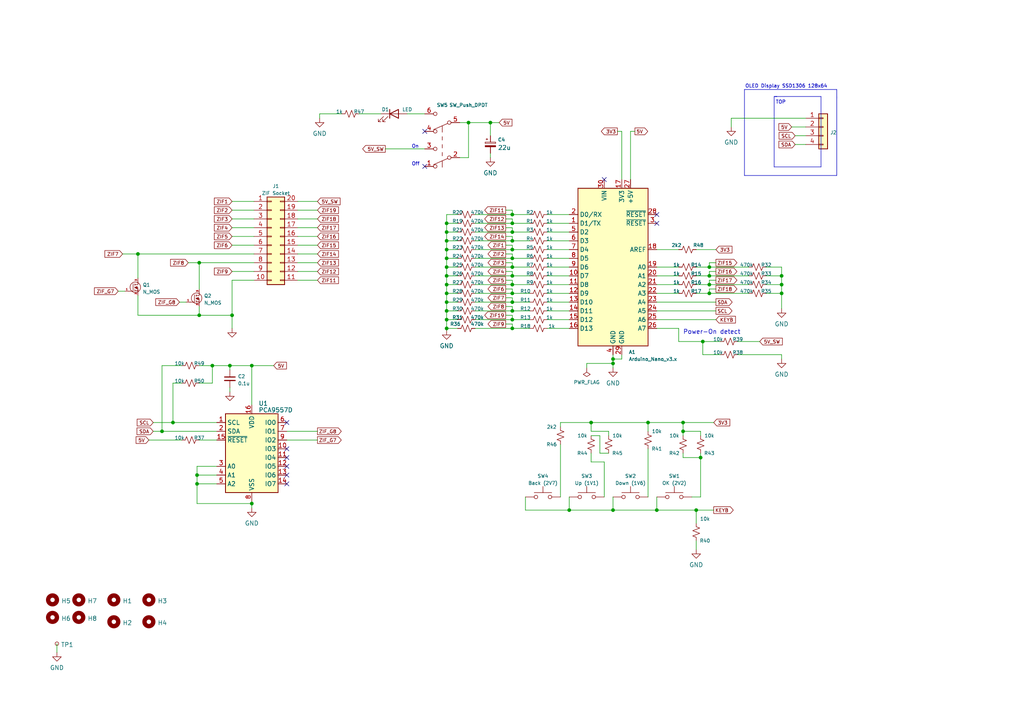
<source format=kicad_sch>
(kicad_sch (version 20230409) (generator eeschema)
  (paper "A4")
  (title_block (title "LTS74X Logic tester") (date "2023-06-20") (rev "3"))
  (junction (at 148.59 85.09))
  (junction (at 50.165 122.555))
  (junction (at 205.74 77.47))
  (junction (at 57.785 91.44))
  (junction (at 129.54 67.31))
  (junction (at 205.74 80.01))
  (junction (at 177.8 147.955))
  (junction (at 171.45 122.555))
  (junction (at 148.59 67.31))
  (junction (at 187.96 122.555))
  (junction (at 203.835 99.06))
  (junction (at 129.54 80.01))
  (junction (at 57.785 76.2))
  (junction (at 148.59 95.25))
  (junction (at 129.54 69.85))
  (junction (at 190.5 147.955))
  (junction (at 177.8 105.41))
  (junction (at 135.89 35.56))
  (junction (at 177.8 104.14))
  (junction (at 57.15 140.335))
  (junction (at 148.59 87.63))
  (junction (at 129.54 87.63))
  (junction (at 142.24 35.56))
  (junction (at 129.54 82.55))
  (junction (at 129.54 64.77))
  (junction (at 148.59 77.47))
  (junction (at 66.675 106.045))
  (junction (at 226.695 80.01))
  (junction (at 129.54 74.93))
  (junction (at 205.74 82.55))
  (junction (at 198.12 125.095))
  (junction (at 203.2 132.715))
  (junction (at 40.005 73.66))
  (junction (at 165.1 147.955))
  (junction (at 226.695 82.55))
  (junction (at 148.59 69.85))
  (junction (at 129.54 90.17))
  (junction (at 148.59 74.93))
  (junction (at 129.54 72.39))
  (junction (at 148.59 72.39))
  (junction (at 129.54 95.25))
  (junction (at 205.74 85.09))
  (junction (at 73.025 106.045))
  (junction (at 57.15 137.795))
  (junction (at 148.59 82.55))
  (junction (at 129.54 85.09))
  (junction (at 148.59 92.71))
  (junction (at 198.12 122.555))
  (junction (at 148.59 90.17))
  (junction (at 67.31 91.44))
  (junction (at 129.54 77.47))
  (junction (at 61.595 106.045))
  (junction (at 201.93 147.955))
  (junction (at 73.025 146.05))
  (junction (at 226.695 85.09))
  (junction (at 129.54 92.71))
  (junction (at 148.59 64.77))
  (junction (at 148.59 80.01))
  (junction (at 46.99 125.095))
  (junction (at 148.59 62.23))
  (no_connect (at 190.5 62.23))
  (no_connect (at 175.26 52.07))
  (no_connect (at 83.185 130.175))
  (no_connect (at 83.185 132.715))
  (no_connect (at 83.185 135.255))
  (no_connect (at 190.5 64.77))
  (no_connect (at 83.185 140.335))
  (no_connect (at 123.19 48.26))
  (no_connect (at 123.19 38.1))
  (no_connect (at 83.185 137.795))
  (no_connect (at 83.185 122.555))
  (wire (pts (xy 165.1 144.145) (xy 165.1 147.955)))
  (wire (pts (xy 57.15 140.335) (xy 62.865 140.335)))
  (wire (pts (xy 171.45 122.555) (xy 187.96 122.555)))
  (wire (pts (xy 148.59 91.44) (xy 148.59 92.71)))
  (wire (pts (xy 175.26 133.985) (xy 175.26 144.145)))
  (wire (pts (xy 67.31 81.28) (xy 73.66 81.28)))
  (wire (pts (xy 66.675 112.395) (xy 66.675 113.665)))
  (wire (pts (xy 171.45 126.365) (xy 173.99 126.365)))
  (wire (pts (xy 180.34 102.87) (xy 180.34 104.14)))
  (wire (pts (xy 176.53 125.095) (xy 171.45 125.095)))
  (wire (pts (xy 205.74 78.74) (xy 205.74 80.01)))
  (wire (pts (xy 129.54 62.23) (xy 129.54 64.77)))
  (wire (pts (xy 213.995 99.06) (xy 220.345 99.06)))
  (wire (pts (xy 16.51 186.69) (xy 16.51 189.23)))
  (wire (pts (xy 226.695 85.09) (xy 226.695 89.535)))
  (wire (pts (xy 212.09 36.83) (xy 212.09 34.29)))
  (wire (pts (xy 190.5 144.145) (xy 190.5 147.955)))
  (wire (pts (xy 83.185 125.095) (xy 92.075 125.095)))
  (wire (pts (xy 196.85 85.09) (xy 190.5 85.09)))
  (wire (pts (xy 207.01 147.955) (xy 201.93 147.955)))
  (polyline (pts (xy 215.9254 25.9588) (xy 242.697 25.9588)))
  (wire (pts (xy 34.29 84.455) (xy 36.195 84.455)))
  (wire (pts (xy 129.54 90.17) (xy 132.715 90.17)))
  (wire (pts (xy 226.695 82.55) (xy 226.695 85.09)))
  (wire (pts (xy 148.59 66.04) (xy 148.59 67.31)))
  (polyline (pts (xy 242.697 25.9588) (xy 242.697 28.5242)))
  (wire (pts (xy 135.89 35.56) (xy 142.24 35.56)))
  (wire (pts (xy 158.75 82.55) (xy 165.1 82.55)))
  (wire (pts (xy 148.59 69.85) (xy 153.67 69.85)))
  (wire (pts (xy 40.005 73.66) (xy 40.005 80.645)))
  (wire (pts (xy 158.75 64.77) (xy 165.1 64.77)))
  (wire (pts (xy 152.4 144.145) (xy 152.4 147.955)))
  (wire (pts (xy 57.785 88.9) (xy 57.785 91.44)))
  (wire (pts (xy 152.4 147.955) (xy 165.1 147.955)))
  (wire (pts (xy 129.54 85.09) (xy 132.715 85.09)))
  (wire (pts (xy 148.59 77.47) (xy 153.67 77.47)))
  (wire (pts (xy 57.15 137.795) (xy 62.865 137.795)))
  (wire (pts (xy 226.695 102.87) (xy 226.695 104.14)))
  (wire (pts (xy 158.75 74.93) (xy 165.1 74.93)))
  (wire (pts (xy 129.54 87.63) (xy 132.715 87.63)))
  (wire (pts (xy 129.54 85.09) (xy 129.54 87.63)))
  (wire (pts (xy 129.54 74.93) (xy 132.715 74.93)))
  (wire (pts (xy 148.59 71.12) (xy 148.59 72.39)))
  (wire (pts (xy 222.25 80.01) (xy 226.695 80.01)))
  (wire (pts (xy 129.54 77.47) (xy 129.54 80.01)))
  (wire (pts (xy 146.685 81.28) (xy 148.59 81.28)))
  (wire (pts (xy 148.59 72.39) (xy 153.67 72.39)))
  (wire (pts (xy 146.685 71.12) (xy 148.59 71.12)))
  (wire (pts (xy 142.24 35.56) (xy 142.24 39.37)))
  (wire (pts (xy 129.54 77.47) (xy 132.715 77.47)))
  (wire (pts (xy 57.785 127.635) (xy 62.865 127.635)))
  (wire (pts (xy 137.795 82.55) (xy 148.59 82.55)))
  (wire (pts (xy 142.24 44.45) (xy 142.24 45.72)))
  (wire (pts (xy 73.025 145.415) (xy 73.025 146.05)))
  (wire (pts (xy 171.45 125.095) (xy 171.45 122.555)))
  (wire (pts (xy 92.71 33.02) (xy 92.71 34.29)))
  (wire (pts (xy 158.75 85.09) (xy 165.1 85.09)))
  (wire (pts (xy 171.45 131.445) (xy 171.45 133.985)))
  (wire (pts (xy 137.795 64.77) (xy 148.59 64.77)))
  (wire (pts (xy 179.07 38.1) (xy 180.34 38.1)))
  (wire (pts (xy 133.35 35.56) (xy 135.89 35.56)))
  (wire (pts (xy 57.15 140.335) (xy 57.15 146.05)))
  (wire (pts (xy 190.5 87.63) (xy 207.645 87.63)))
  (wire (pts (xy 201.93 147.955) (xy 201.93 151.765)))
  (wire (pts (xy 44.45 125.095) (xy 46.99 125.095)))
  (wire (pts (xy 201.93 72.39) (xy 207.645 72.39)))
  (wire (pts (xy 190.5 90.17) (xy 207.645 90.17)))
  (wire (pts (xy 177.8 102.87) (xy 177.8 104.14)))
  (wire (pts (xy 129.54 82.55) (xy 132.715 82.55)))
  (wire (pts (xy 86.36 73.66) (xy 92.075 73.66)))
  (wire (pts (xy 198.12 122.555) (xy 198.12 125.095)))
  (wire (pts (xy 203.835 102.87) (xy 208.915 102.87)))
  (wire (pts (xy 67.31 91.44) (xy 67.31 95.25)))
  (polyline (pts (xy 242.697 50.9016) (xy 215.9254 50.9016)))
  (wire (pts (xy 52.705 111.125) (xy 50.165 111.125)))
  (wire (pts (xy 148.59 63.5) (xy 148.59 64.77)))
  (wire (pts (xy 67.31 78.74) (xy 73.66 78.74)))
  (wire (pts (xy 146.685 66.04) (xy 148.59 66.04)))
  (wire (pts (xy 162.56 122.555) (xy 171.45 122.555)))
  (wire (pts (xy 132.715 62.23) (xy 129.54 62.23)))
  (wire (pts (xy 40.005 91.44) (xy 57.785 91.44)))
  (wire (pts (xy 205.74 85.09) (xy 201.93 85.09)))
  (wire (pts (xy 104.14 33.02) (xy 110.49 33.02)))
  (wire (pts (xy 190.5 95.25) (xy 196.85 95.25)))
  (wire (pts (xy 148.59 60.96) (xy 148.59 62.23)))
  (wire (pts (xy 198.12 125.095) (xy 198.12 126.365)))
  (wire (pts (xy 217.17 82.55) (xy 205.74 82.55)))
  (wire (pts (xy 86.36 76.2) (xy 92.075 76.2)))
  (wire (pts (xy 86.36 81.28) (xy 92.075 81.28)))
  (wire (pts (xy 129.54 80.01) (xy 132.715 80.01)))
  (polyline (pts (xy 238.125 27.9908) (xy 238.125 48.4124)))
  (wire (pts (xy 207.645 78.74) (xy 205.74 78.74)))
  (wire (pts (xy 146.685 63.5) (xy 148.59 63.5)))
  (wire (pts (xy 222.25 85.09) (xy 226.695 85.09)))
  (wire (pts (xy 137.795 74.93) (xy 148.59 74.93)))
  (wire (pts (xy 86.36 60.96) (xy 92.075 60.96)))
  (wire (pts (xy 148.59 90.17) (xy 153.67 90.17)))
  (wire (pts (xy 196.85 99.06) (xy 196.85 95.25)))
  (wire (pts (xy 173.99 126.365) (xy 173.99 131.445)))
  (wire (pts (xy 50.165 122.555) (xy 62.865 122.555)))
  (wire (pts (xy 137.795 92.71) (xy 148.59 92.71)))
  (wire (pts (xy 146.685 83.82) (xy 148.59 83.82)))
  (wire (pts (xy 129.54 67.31) (xy 129.54 69.85)))
  (wire (pts (xy 57.15 137.795) (xy 57.15 140.335)))
  (wire (pts (xy 158.75 72.39) (xy 165.1 72.39)))
  (wire (pts (xy 118.11 33.02) (xy 123.19 33.02)))
  (wire (pts (xy 148.59 93.98) (xy 148.59 95.25)))
  (wire (pts (xy 162.56 144.145) (xy 162.56 128.905)))
  (wire (pts (xy 158.75 95.25) (xy 165.1 95.25)))
  (wire (pts (xy 180.34 38.1) (xy 180.34 52.07)))
  (wire (pts (xy 137.795 95.25) (xy 148.59 95.25)))
  (wire (pts (xy 86.36 63.5) (xy 92.075 63.5)))
  (wire (pts (xy 67.31 63.5) (xy 73.66 63.5)))
  (wire (pts (xy 148.59 81.28) (xy 148.59 82.55)))
  (wire (pts (xy 137.795 85.09) (xy 148.59 85.09)))
  (wire (pts (xy 177.8 144.145) (xy 177.8 147.955)))
  (wire (pts (xy 158.75 87.63) (xy 165.1 87.63)))
  (wire (pts (xy 73.025 146.05) (xy 73.025 147.32)))
  (wire (pts (xy 146.685 78.74) (xy 148.59 78.74)))
  (wire (pts (xy 158.75 92.71) (xy 165.1 92.71)))
  (wire (pts (xy 73.025 106.045) (xy 79.375 106.045)))
  (wire (pts (xy 137.795 90.17) (xy 148.59 90.17)))
  (wire (pts (xy 57.785 111.125) (xy 61.595 111.125)))
  (wire (pts (xy 129.54 72.39) (xy 129.54 74.93)))
  (wire (pts (xy 165.1 147.955) (xy 177.8 147.955)))
  (wire (pts (xy 57.785 76.2) (xy 57.785 83.82)))
  (wire (pts (xy 57.785 91.44) (xy 67.31 91.44)))
  (wire (pts (xy 148.59 67.31) (xy 153.67 67.31)))
  (wire (pts (xy 205.74 80.01) (xy 201.93 80.01)))
  (wire (pts (xy 137.795 77.47) (xy 148.59 77.47)))
  (wire (pts (xy 137.795 87.63) (xy 148.59 87.63)))
  (wire (pts (xy 230.632 41.91) (xy 233.68 41.91)))
  (wire (pts (xy 132.715 67.31) (xy 129.54 67.31)))
  (wire (pts (xy 129.54 64.77) (xy 132.715 64.77)))
  (wire (pts (xy 198.12 125.095) (xy 203.2 125.095)))
  (wire (pts (xy 182.88 38.1) (xy 182.88 52.07)))
  (wire (pts (xy 62.865 135.255) (xy 57.15 135.255)))
  (wire (pts (xy 198.12 131.445) (xy 198.12 132.715)))
  (wire (pts (xy 146.685 86.36) (xy 148.59 86.36)))
  (wire (pts (xy 148.59 82.55) (xy 153.67 82.55)))
  (wire (pts (xy 226.695 77.47) (xy 226.695 80.01)))
  (wire (pts (xy 146.685 93.98) (xy 148.59 93.98)))
  (wire (pts (xy 135.89 45.72) (xy 135.89 35.56)))
  (wire (pts (xy 148.59 62.23) (xy 153.67 62.23)))
  (wire (pts (xy 203.2 144.145) (xy 203.2 132.715)))
  (wire (pts (xy 187.96 122.555) (xy 198.12 122.555)))
  (wire (pts (xy 158.75 80.01) (xy 165.1 80.01)))
  (wire (pts (xy 180.34 104.14) (xy 177.8 104.14)))
  (wire (pts (xy 54.61 76.2) (xy 57.785 76.2)))
  (wire (pts (xy 40.005 73.66) (xy 73.66 73.66)))
  (wire (pts (xy 203.2 125.095) (xy 203.2 126.365)))
  (wire (pts (xy 129.54 74.93) (xy 129.54 77.47)))
  (wire (pts (xy 217.17 77.47) (xy 205.74 77.47)))
  (wire (pts (xy 129.54 82.55) (xy 129.54 85.09)))
  (wire (pts (xy 205.74 81.28) (xy 205.74 82.55)))
  (wire (pts (xy 158.75 90.17) (xy 165.1 90.17)))
  (wire (pts (xy 176.53 126.365) (xy 176.53 125.095)))
  (wire (pts (xy 203.2 131.445) (xy 203.2 132.715)))
  (wire (pts (xy 148.59 74.93) (xy 153.67 74.93)))
  (wire (pts (xy 137.795 80.01) (xy 148.59 80.01)))
  (wire (pts (xy 129.54 72.39) (xy 132.715 72.39)))
  (wire (pts (xy 158.75 62.23) (xy 165.1 62.23)))
  (polyline (pts (xy 224.7392 27.9908) (xy 238.125 27.9908)))
  (wire (pts (xy 187.96 130.175) (xy 187.96 144.145)))
  (wire (pts (xy 146.685 88.9) (xy 148.59 88.9)))
  (wire (pts (xy 46.99 125.095) (xy 62.865 125.095)))
  (wire (pts (xy 146.685 76.2) (xy 148.59 76.2)))
  (polyline (pts (xy 225.2726 27.94) (xy 225.2726 27.9908)))
  (wire (pts (xy 86.36 68.58) (xy 92.075 68.58)))
  (wire (pts (xy 217.17 80.01) (xy 205.74 80.01)))
  (wire (pts (xy 111.76 43.18) (xy 123.19 43.18)))
  (wire (pts (xy 129.54 64.77) (xy 129.54 67.31)))
  (wire (pts (xy 207.645 76.2) (xy 205.74 76.2)))
  (wire (pts (xy 129.54 90.17) (xy 129.54 92.71)))
  (wire (pts (xy 66.675 106.045) (xy 73.025 106.045)))
  (wire (pts (xy 162.56 123.825) (xy 162.56 122.555)))
  (wire (pts (xy 67.31 68.58) (xy 73.66 68.58)))
  (wire (pts (xy 146.685 73.66) (xy 148.59 73.66)))
  (wire (pts (xy 196.85 77.47) (xy 190.5 77.47)))
  (wire (pts (xy 129.54 95.25) (xy 129.54 95.885)))
  (wire (pts (xy 203.835 99.06) (xy 196.85 99.06)))
  (wire (pts (xy 187.96 122.555) (xy 187.96 125.095)))
  (wire (pts (xy 196.85 82.55) (xy 190.5 82.55)))
  (wire (pts (xy 148.59 64.77) (xy 153.67 64.77)))
  (wire (pts (xy 146.685 60.96) (xy 148.59 60.96)))
  (wire (pts (xy 207.645 81.28) (xy 205.74 81.28)))
  (wire (pts (xy 61.595 106.045) (xy 66.675 106.045)))
  (wire (pts (xy 190.5 92.71) (xy 207.645 92.71)))
  (wire (pts (xy 129.54 95.25) (xy 132.715 95.25)))
  (wire (pts (xy 148.59 85.09) (xy 153.67 85.09)))
  (wire (pts (xy 92.71 33.02) (xy 99.06 33.02)))
  (wire (pts (xy 129.54 87.63) (xy 129.54 90.17)))
  (wire (pts (xy 57.785 106.045) (xy 61.595 106.045)))
  (wire (pts (xy 205.74 76.2) (xy 205.74 77.47)))
  (wire (pts (xy 173.99 131.445) (xy 176.53 131.445)))
  (wire (pts (xy 222.25 77.47) (xy 226.695 77.47)))
  (wire (pts (xy 73.025 106.045) (xy 73.025 117.475)))
  (wire (pts (xy 182.88 38.1) (xy 184.15 38.1)))
  (polyline (pts (xy 242.697 27.9908) (xy 242.697 50.9016)))
  (wire (pts (xy 217.17 85.09) (xy 205.74 85.09)))
  (wire (pts (xy 129.54 80.01) (xy 129.54 82.55)))
  (wire (pts (xy 43.18 127.635) (xy 52.705 127.635)))
  (wire (pts (xy 40.005 85.725) (xy 40.005 91.44)))
  (wire (pts (xy 208.915 99.06) (xy 203.835 99.06)))
  (wire (pts (xy 200.66 144.145) (xy 203.2 144.145)))
  (wire (pts (xy 203.2 132.715) (xy 198.12 132.715)))
  (wire (pts (xy 146.685 68.58) (xy 148.59 68.58)))
  (wire (pts (xy 158.75 69.85) (xy 165.1 69.85)))
  (wire (pts (xy 213.995 102.87) (xy 226.695 102.87)))
  (wire (pts (xy 177.8 104.14) (xy 177.8 105.41)))
  (wire (pts (xy 177.8 147.955) (xy 190.5 147.955)))
  (wire (pts (xy 226.695 80.01) (xy 226.695 82.55)))
  (wire (pts (xy 57.785 76.2) (xy 73.66 76.2)))
  (wire (pts (xy 46.99 125.095) (xy 46.99 106.045)))
  (wire (pts (xy 129.54 69.85) (xy 129.54 72.39)))
  (wire (pts (xy 205.74 82.55) (xy 201.93 82.55)))
  (wire (pts (xy 57.15 146.05) (xy 73.025 146.05)))
  (wire (pts (xy 222.25 82.55) (xy 226.695 82.55)))
  (wire (pts (xy 142.24 35.56) (xy 144.78 35.56)))
  (wire (pts (xy 67.31 60.96) (xy 73.66 60.96)))
  (wire (pts (xy 66.675 106.045) (xy 66.675 107.315)))
  (wire (pts (xy 148.59 80.01) (xy 153.67 80.01)))
  (polyline (pts (xy 238.125 48.4124) (xy 224.536 48.4124)))
  (wire (pts (xy 229.616 36.83) (xy 233.68 36.83)))
  (wire (pts (xy 212.09 34.29) (xy 233.68 34.29)))
  (wire (pts (xy 67.31 58.42) (xy 73.66 58.42)))
  (wire (pts (xy 50.165 111.125) (xy 50.165 122.555)))
  (wire (pts (xy 137.795 67.31) (xy 148.59 67.31)))
  (wire (pts (xy 148.59 86.36) (xy 148.59 87.63)))
  (wire (pts (xy 203.835 99.06) (xy 203.835 102.87)))
  (wire (pts (xy 146.685 91.44) (xy 148.59 91.44)))
  (wire (pts (xy 148.59 78.74) (xy 148.59 80.01)))
  (wire (pts (xy 35.56 73.66) (xy 40.005 73.66)))
  (wire (pts (xy 230.632 39.37) (xy 233.68 39.37)))
  (wire (pts (xy 148.59 83.82) (xy 148.59 85.09)))
  (polyline (pts (xy 224.536 27.9908) (xy 225.2726 27.9908)))
  (wire (pts (xy 137.795 72.39) (xy 148.59 72.39)))
  (wire (pts (xy 158.75 67.31) (xy 165.1 67.31)))
  (wire (pts (xy 67.31 81.28) (xy 67.31 91.44)))
  (wire (pts (xy 57.15 135.255) (xy 57.15 137.795)))
  (wire (pts (xy 207.645 83.82) (xy 205.74 83.82)))
  (wire (pts (xy 67.31 66.04) (xy 73.66 66.04)))
  (wire (pts (xy 83.185 127.635) (xy 92.075 127.635)))
  (wire (pts (xy 129.54 92.71) (xy 132.715 92.71)))
  (wire (pts (xy 86.36 66.04) (xy 92.075 66.04)))
  (wire (pts (xy 129.54 69.85) (xy 132.715 69.85)))
  (wire (pts (xy 46.99 106.045) (xy 52.705 106.045)))
  (wire (pts (xy 198.12 122.555) (xy 207.01 122.555)))
  (wire (pts (xy 137.795 62.23) (xy 148.59 62.23)))
  (wire (pts (xy 148.59 73.66) (xy 148.59 74.93)))
  (wire (pts (xy 86.36 58.42) (xy 92.075 58.42)))
  (wire (pts (xy 177.8 105.41) (xy 170.18 105.41)))
  (wire (pts (xy 148.59 87.63) (xy 153.67 87.63)))
  (wire (pts (xy 44.45 122.555) (xy 50.165 122.555)))
  (wire (pts (xy 61.595 111.125) (xy 61.595 106.045)))
  (wire (pts (xy 196.85 80.01) (xy 190.5 80.01)))
  (polyline (pts (xy 215.9254 50.9016) (xy 215.9254 25.9588)))
  (wire (pts (xy 171.45 133.985) (xy 175.26 133.985)))
  (wire (pts (xy 137.795 69.85) (xy 148.59 69.85)))
  (wire (pts (xy 190.5 147.955) (xy 201.93 147.955)))
  (wire (pts (xy 52.07 87.63) (xy 53.975 87.63)))
  (wire (pts (xy 148.59 88.9) (xy 148.59 90.17)))
  (wire (pts (xy 133.35 45.72) (xy 135.89 45.72)))
  (wire (pts (xy 86.36 71.12) (xy 92.075 71.12)))
  (wire (pts (xy 148.59 76.2) (xy 148.59 77.47)))
  (wire (pts (xy 148.59 95.25) (xy 153.67 95.25)))
  (wire (pts (xy 170.18 105.41) (xy 170.18 106.68)))
  (wire (pts (xy 148.59 92.71) (xy 153.67 92.71)))
  (polyline (pts (xy 224.536 48.4124) (xy 224.536 27.9908)))
  (wire (pts (xy 177.8 105.41) (xy 177.8 106.68)))
  (wire (pts (xy 67.31 71.12) (xy 73.66 71.12)))
  (wire (pts (xy 158.75 77.47) (xy 165.1 77.47)))
  (wire (pts (xy 86.36 78.74) (xy 92.075 78.74)))
  (wire (pts (xy 205.74 77.47) (xy 201.93 77.47)))
  (wire (pts (xy 129.54 92.71) (xy 129.54 95.25)))
  (wire (pts (xy 148.59 68.58) (xy 148.59 69.85)))
  (wire (pts (xy 190.5 72.39) (xy 196.85 72.39)))
  (wire (pts (xy 201.93 156.845) (xy 201.93 159.385)))
  (wire (pts (xy 205.74 83.82) (xy 205.74 85.09)))
  (text "Power-On detect" (at 198.12 97.155 0) (effects (font (size 1.27 1.27)) (justify left bottom)))
  (text "TOP" (at 224.9424 30.353 0) (effects (font (size 1 1)) (justify left bottom)))
  (text "On" (at 119.38 43.18 0) (effects (font (size 1 1)) (justify left bottom)))
  (text "Off" (at 119.38 48.26 0) (effects (font (size 1 1)) (justify left bottom)))
  (text "OLED Display SSD1306 128x64" (at 216.1032 25.7048 0) (effects (font (size 1 1)) (justify left bottom)))
  (global_label "KEYB" (shape output) (at 207.01 147.955 0) (effects (font (size 1 1))) (property "Intersheetrefs" "${INTERSHEET_REFS}" (effects hide)))
  (global_label "ZIF_G8" (shape output) (at 92.075 125.095 0) (effects (font (size 1 1))) (property "Intersheetrefs" "${INTERSHEET_REFS}" (effects hide)))
  (global_label "ZIF8" (shape output) (at 146.685 88.9 180) (effects (font (size 1 1))) (property "Intersheetrefs" "${INTERSHEET_REFS}" (effects hide)))
  (global_label "SDA" (shape input) (at 44.45 125.095 180) (effects (font (size 1 1))) (property "Intersheetrefs" "${INTERSHEET_REFS}" (effects hide)))
  (global_label "KEYB" (shape input) (at 207.645 92.71 0) (effects (font (size 1 1))) (property "Intersheetrefs" "${INTERSHEET_REFS}" (effects hide)))
  (global_label "ZIF18" (shape input) (at 92.075 63.5 0) (effects (font (size 1 1))) (property "Intersheetrefs" "${INTERSHEET_REFS}" (effects hide)))
  (global_label "SCL" (shape output) (at 207.645 90.17 0) (effects (font (size 1 1))) (property "Intersheetrefs" "${INTERSHEET_REFS}" (effects hide)))
  (global_label "SDA" (shape output) (at 207.645 87.63 0) (effects (font (size 1 1))) (property "Intersheetrefs" "${INTERSHEET_REFS}" (effects hide)))
  (global_label "ZIF_G7" (shape output) (at 92.075 127.635 0) (effects (font (size 1 1))) (property "Intersheetrefs" "${INTERSHEET_REFS}" (effects hide)))
  (global_label "ZIF6" (shape input) (at 67.31 71.12 180) (effects (font (size 1 1))) (property "Intersheetrefs" "${INTERSHEET_REFS}" (effects hide)))
  (global_label "ZIF8" (shape input) (at 54.61 76.2 180) (effects (font (size 1 1))) (property "Intersheetrefs" "${INTERSHEET_REFS}" (effects hide)))
  (global_label "5V_SW" (shape output) (at 111.76 43.18 180) (effects (font (size 1 1))) (property "Intersheetrefs" "${INTERSHEET_REFS}" (effects hide)))
  (global_label "ZIF12" (shape output) (at 146.685 63.5 180) (effects (font (size 1 1))) (property "Intersheetrefs" "${INTERSHEET_REFS}" (effects hide)))
  (global_label "5V" (shape input) (at 43.18 127.635 180) (effects (font (size 1 1))) (property "Intersheetrefs" "${INTERSHEET_REFS}" (effects hide)))
  (global_label "ZIF14" (shape input) (at 92.075 73.66 0) (effects (font (size 1 1))) (property "Intersheetrefs" "${INTERSHEET_REFS}" (effects hide)))
  (global_label "ZIF16" (shape output) (at 207.645 78.74 0) (effects (font (size 1 1))) (property "Intersheetrefs" "${INTERSHEET_REFS}" (effects hide)))
  (global_label "ZIF4" (shape output) (at 146.685 78.74 180) (effects (font (size 1 1))) (property "Intersheetrefs" "${INTERSHEET_REFS}" (effects hide)))
  (global_label "SCL" (shape input) (at 44.45 122.555 180) (effects (font (size 1 1))) (property "Intersheetrefs" "${INTERSHEET_REFS}" (effects hide)))
  (global_label "ZIF18" (shape output) (at 207.645 83.82 0) (effects (font (size 1 1))) (property "Intersheetrefs" "${INTERSHEET_REFS}" (effects hide)))
  (global_label "ZIF13" (shape input) (at 92.075 76.2 0) (effects (font (size 1 1))) (property "Intersheetrefs" "${INTERSHEET_REFS}" (effects hide)))
  (global_label "ZIF3" (shape input) (at 67.31 63.5 180) (effects (font (size 1 1))) (property "Intersheetrefs" "${INTERSHEET_REFS}" (effects hide)))
  (global_label "ZIF2" (shape input) (at 67.31 60.96 180) (effects (font (size 1 1))) (property "Intersheetrefs" "${INTERSHEET_REFS}" (effects hide)))
  (global_label "ZIF17" (shape input) (at 92.075 66.04 0) (effects (font (size 1 1))) (property "Intersheetrefs" "${INTERSHEET_REFS}" (effects hide)))
  (global_label "3V3" (shape output) (at 179.07 38.1 180) (effects (font (size 1 1))) (property "Intersheetrefs" "${INTERSHEET_REFS}" (effects hide)))
  (global_label "ZIF12" (shape input) (at 92.075 78.74 0) (effects (font (size 1 1))) (property "Intersheetrefs" "${INTERSHEET_REFS}" (effects hide)))
  (global_label "ZIF16" (shape input) (at 92.075 68.58 0) (effects (font (size 1 1))) (property "Intersheetrefs" "${INTERSHEET_REFS}" (effects hide)))
  (global_label "5V_SW" (shape input) (at 92.075 58.42 0) (effects (font (size 1 1))) (property "Intersheetrefs" "${INTERSHEET_REFS}" (effects hide)))
  (global_label "ZIF6" (shape output) (at 146.685 83.82 180) (effects (font (size 1 1))) (property "Intersheetrefs" "${INTERSHEET_REFS}" (effects hide)))
  (global_label "ZIF5" (shape input) (at 67.31 68.58 180) (effects (font (size 1 1))) (property "Intersheetrefs" "${INTERSHEET_REFS}" (effects hide)))
  (global_label "ZIF4" (shape input) (at 67.31 66.04 180) (effects (font (size 1 1))) (property "Intersheetrefs" "${INTERSHEET_REFS}" (effects hide)))
  (global_label "ZIF17" (shape output) (at 207.645 81.28 0) (effects (font (size 1 1))) (property "Intersheetrefs" "${INTERSHEET_REFS}" (effects hide)))
  (global_label "ZIF2" (shape output) (at 146.685 73.66 180) (effects (font (size 1 1))) (property "Intersheetrefs" "${INTERSHEET_REFS}" (effects hide)))
  (global_label "ZIF15" (shape input) (at 92.075 71.12 0) (effects (font (size 1 1))) (property "Intersheetrefs" "${INTERSHEET_REFS}" (effects hide)))
  (global_label "SDA" (shape input) (at 230.632 41.91 180) (effects (font (size 1 1))) (property "Intersheetrefs" "${INTERSHEET_REFS}" (effects hide)))
  (global_label "ZIF7" (shape input) (at 35.56 73.66 180) (effects (font (size 1 1))) (property "Intersheetrefs" "${INTERSHEET_REFS}" (effects hide)))
  (global_label "ZIF19" (shape input) (at 92.075 60.96 0) (effects (font (size 1 1))) (property "Intersheetrefs" "${INTERSHEET_REFS}" (effects hide)))
  (global_label "ZIF11" (shape input) (at 92.075 81.28 0) (effects (font (size 1 1))) (property "Intersheetrefs" "${INTERSHEET_REFS}" (effects hide)))
  (global_label "ZIF14" (shape output) (at 146.685 68.58 180) (effects (font (size 1 1))) (property "Intersheetrefs" "${INTERSHEET_REFS}" (effects hide)))
  (global_label "ZIF3" (shape output) (at 146.685 76.2 180) (effects (font (size 1 1))) (property "Intersheetrefs" "${INTERSHEET_REFS}" (effects hide)))
  (global_label "5V" (shape output) (at 184.15 38.1 0) (effects (font (size 1 1))) (property "Intersheetrefs" "${INTERSHEET_REFS}" (effects hide)))
  (global_label "ZIF_G8" (shape input) (at 52.07 87.63 180) (effects (font (size 1 1))) (property "Intersheetrefs" "${INTERSHEET_REFS}" (effects hide)))
  (global_label "5V" (shape input) (at 79.375 106.045 0) (effects (font (size 1 1))) (property "Intersheetrefs" "${INTERSHEET_REFS}" (effects hide)))
  (global_label "ZIF7" (shape output) (at 146.685 86.36 180) (effects (font (size 1 1))) (property "Intersheetrefs" "${INTERSHEET_REFS}" (effects hide)))
  (global_label "ZIF1" (shape output) (at 146.685 71.12 180) (effects (font (size 1 1))) (property "Intersheetrefs" "${INTERSHEET_REFS}" (effects hide)))
  (global_label "ZIF19" (shape output) (at 146.685 91.44 180) (effects (font (size 1 1))) (property "Intersheetrefs" "${INTERSHEET_REFS}" (effects hide)))
  (global_label "3V3" (shape input) (at 207.01 122.555 0) (effects (font (size 1 1))) (property "Intersheetrefs" "${INTERSHEET_REFS}" (effects hide)))
  (global_label "ZIF13" (shape output) (at 146.685 66.04 180) (effects (font (size 1 1))) (property "Intersheetrefs" "${INTERSHEET_REFS}" (effects hide)))
  (global_label "ZIF15" (shape output) (at 207.645 76.2 0) (effects (font (size 1 1))) (property "Intersheetrefs" "${INTERSHEET_REFS}" (effects hide)))
  (global_label "ZIF_G7" (shape input) (at 34.29 84.455 180) (effects (font (size 1 1))) (property "Intersheetrefs" "${INTERSHEET_REFS}" (effects hide)))
  (global_label "ZIF9" (shape input) (at 67.31 78.74 180) (effects (font (size 1 1))) (property "Intersheetrefs" "${INTERSHEET_REFS}" (effects hide)))
  (global_label "5V_SW" (shape input) (at 220.345 99.06 0) (effects (font (size 1 1))) (property "Intersheetrefs" "${INTERSHEET_REFS}" (effects hide)))
  (global_label "3V3" (shape input) (at 207.645 72.39 0) (effects (font (size 1 1))) (property "Intersheetrefs" "${INTERSHEET_REFS}" (effects hide)))
  (global_label "SCL" (shape input) (at 230.632 39.37 180) (effects (font (size 1 1))) (property "Intersheetrefs" "${INTERSHEET_REFS}" (effects hide)))
  (global_label "5V" (shape input) (at 229.616 36.83 180) (effects (font (size 1 1))) (property "Intersheetrefs" "${INTERSHEET_REFS}" (effects hide)))
  (global_label "ZIF1" (shape input) (at 67.31 58.42 180) (effects (font (size 1 1))) (property "Intersheetrefs" "${INTERSHEET_REFS}" (effects hide)))
  (global_label "ZIF9" (shape output) (at 146.685 93.98 180) (effects (font (size 1 1))) (property "Intersheetrefs" "${INTERSHEET_REFS}" (effects hide)))
  (global_label "ZIF5" (shape output) (at 146.685 81.28 180) (effects (font (size 1 1))) (property "Intersheetrefs" "${INTERSHEET_REFS}" (effects hide)))
  (global_label "ZIF11" (shape output) (at 146.685 60.96 180) (effects (font (size 1 1))) (property "Intersheetrefs" "${INTERSHEET_REFS}" (effects hide)))
  (global_label "5V" (shape input) (at 144.78 35.56 0) (effects (font (size 1 1))) (property "Intersheetrefs" "${INTERSHEET_REFS}" (effects hide)))
  (symbol (lib_id "Device:R_Small_US") (at 135.255 80.01 90) (unit 1)
    (property "Reference" "R26" (at 132.715 79.375 90) (effects (font (size 1 1))))
    (property "Value" "470k" (at 138.43 79.375 90) (effects (font (size 1 1))))
    (property "Footprint" "Resistor_SMD:R_0805_2012Metric_Pad1.20x1.40mm_HandSolder" (effects hide))
  )
  (symbol (lib_id "Device:R_Small_US") (at 135.255 85.09 90) (unit 1)
    (property "Reference" "R28" (at 132.715 84.455 90) (effects (font (size 1 1))))
    (property "Value" "470k" (at 138.43 84.455 90) (effects (font (size 1 1))))
    (property "Footprint" "Resistor_SMD:R_0805_2012Metric_Pad1.20x1.40mm_HandSolder" (effects hide))
  )
  (symbol (lib_id "Device:R_Small_US") (at 219.71 85.09 270) (unit 1)
    (property "Reference" "R35" (at 222.25 84.455 90) (effects (font (size 1 1))))
    (property "Value" "470k" (at 216.535 84.455 90) (effects (font (size 1 1))))
    (property "Footprint" "Resistor_SMD:R_0805_2012Metric_Pad1.20x1.40mm_HandSolder" (effects hide))
  )
  (symbol (lib_id "Device:C_Polarized_Small") (at 142.24 41.91 0) (unit 1)
    (property "Reference" "C4" (at 144.399 40.5293 0) (effects (font (size 1 1)) (justify left)))
    (property "Value" "22u" (at 144.399 42.8235 0) (effects (justify left)))
    (property "Footprint" "Capacitor_SMD:C_1210_3225Metric" (effects hide))
  )
  (symbol (lib_id "Mechanical:MountingHole") (at 15.24 173.99 0) (unit 1)
    (property "Reference" "H5" (at 17.78 174.3068 0) (effects (justify left)))
    (property "Value" "MountingHole" (effects hide))
    (property "Footprint" "MountingHole:MountingHole_2.1mm" (effects hide))
  )
  (symbol (lib_id "Device:R_Small_US") (at 135.255 62.23 90) (unit 1)
    (property "Reference" "R20" (at 132.715 61.595 90) (effects (font (size 1 1))))
    (property "Value" "470k" (at 138.43 61.595 90) (effects (font (size 1 1))))
    (property "Footprint" "Resistor_SMD:R_0805_2012Metric_Pad1.20x1.40mm_HandSolder" (effects hide))
  )
  (symbol (lib_id "power:GND") (at 142.24 45.72 0) (unit 1)
    (property "Reference" "#PWR0102" (effects hide))
    (property "Value" "GND" (at 142.24 50.1634 0))
  )
  (symbol (lib_id "power:GND") (at 201.93 159.385 0) (unit 1)
    (property "Reference" "#PWR0114" (effects hide))
    (property "Value" "GND" (at 201.93 163.8284 0))
  )
  (symbol (lib_id "Device:R_Small_US") (at 135.255 69.85 90) (unit 1)
    (property "Reference" "R22" (at 132.715 69.215 90) (effects (font (size 1 1))))
    (property "Value" "470k" (at 138.43 69.215 90) (effects (font (size 1 1))))
    (property "Footprint" "Resistor_SMD:R_0805_2012Metric_Pad1.20x1.40mm_HandSolder" (effects hide))
  )
  (symbol (lib_id "Device:R_Small_US") (at 199.39 80.01 270) (unit 1)
    (property "Reference" "R15" (at 201.93 79.375 90) (effects (font (size 1 1))))
    (property "Value" "1k" (at 196.215 79.375 90) (effects (font (size 1 1))))
    (property "Footprint" "Resistor_SMD:R_0805_2012Metric_Pad1.20x1.40mm_HandSolder" (effects hide))
  )
  (symbol (lib_id "Connector_Generic:Conn_02x10_Counter_Clockwise") (at 78.74 68.58 0) (unit 1)
    (property "Reference" "J1" (at 80.01 53.9938 0) (effects (font (size 1 1))))
    (property "Value" "ZIF Socket" (at 80.01 56.0454 0) (effects (font (size 1 1))))
    (property "Footprint" "Package_DIP:DIP-20_W7.62mm" (effects hide))
  )
  (symbol (lib_id "Device:R_Small_US") (at 156.21 80.01 90) (unit 1)
    (property "Reference" "R8" (at 153.67 79.375 90) (effects (font (size 1 1))))
    (property "Value" "1k" (at 159.385 79.375 90) (effects (font (size 1 1))))
    (property "Footprint" "Resistor_SMD:R_0805_2012Metric_Pad1.20x1.40mm_HandSolder" (effects hide))
  )
  (symbol (lib_id "power:GND") (at 226.695 89.535 0) (unit 1)
    (property "Reference" "#PWR0105" (effects hide))
    (property "Value" "GND" (at 226.695 93.9784 0))
  )
  (symbol (lib_id "Device:R_Small_US") (at 101.6 33.02 270) (unit 1)
    (property "Reference" "R47" (at 104.14 32.385 90) (effects (font (size 1 1))))
    (property "Value" "1k" (at 98.425 32.385 90) (effects (font (size 1 1))))
    (property "Footprint" "Resistor_SMD:R_0805_2012Metric_Pad1.20x1.40mm_HandSolder" (effects hide))
  )
  (symbol (lib_id "Device:R_Small_US") (at 156.21 82.55 90) (unit 1)
    (property "Reference" "R9" (at 153.67 81.915 90) (effects (font (size 1 1))))
    (property "Value" "1k" (at 159.385 81.915 90) (effects (font (size 1 1))))
    (property "Footprint" "Resistor_SMD:R_0805_2012Metric_Pad1.20x1.40mm_HandSolder" (effects hide))
  )
  (symbol (lib_id "Device:R_Small_US") (at 219.71 77.47 270) (unit 1)
    (property "Reference" "R32" (at 222.25 76.835 90) (effects (font (size 1 1))))
    (property "Value" "470k" (at 216.535 76.835 90) (effects (font (size 1 1))))
    (property "Footprint" "Resistor_SMD:R_0805_2012Metric_Pad1.20x1.40mm_HandSolder" (effects hide))
  )
  (symbol (lib_id "Interface_Expansion:PCA9557D") (at 73.025 130.175 0) (unit 1)
    (property "Reference" "U1" (at 74.9809 117.0051 0) (effects (justify left)))
    (property "Value" "PCA9557D" (at 74.9809 118.9261 0) (effects (justify left)))
    (property "Footprint" "Package_SO:SO-16_3.9x9.9mm_P1.27mm" (effects hide))
    (property "Datasheet" "https://www.nxp.com/docs/en/data-sheet/PCA9557.pdf" (effects hide))
  )
  (symbol (lib_id "power:PWR_FLAG") (at 170.18 106.68 180) (unit 1)
    (property "Reference" "#FLG0101" (effects hide))
    (property "Value" "PWR_FLAG" (at 170.18 110.8808 0) (effects (font (size 1 1))))
  )
  (symbol (lib_id "Device:R_Small_US") (at 219.71 82.55 270) (unit 1)
    (property "Reference" "R34" (at 222.25 81.915 90) (effects (font (size 1 1))))
    (property "Value" "470k" (at 216.535 81.915 90) (effects (font (size 1 1))))
    (property "Footprint" "Resistor_SMD:R_0805_2012Metric_Pad1.20x1.40mm_HandSolder" (effects hide))
  )
  (symbol (lib_id "Device:R_Small_US") (at 156.21 69.85 90) (unit 1)
    (property "Reference" "R4" (at 153.67 69.215 90) (effects (font (size 1 1))))
    (property "Value" "1k" (at 159.385 69.215 90) (effects (font (size 1 1))))
    (property "Footprint" "Resistor_SMD:R_0805_2012Metric_Pad1.20x1.40mm_HandSolder" (effects hide))
  )
  (symbol (lib_id "Device:R_Small_US") (at 135.255 90.17 90) (unit 1)
    (property "Reference" "R30" (at 132.715 89.535 90) (effects (font (size 1 1))))
    (property "Value" "470k" (at 138.43 89.535 90) (effects (font (size 1 1))))
    (property "Footprint" "Resistor_SMD:R_0805_2012Metric_Pad1.20x1.40mm_HandSolder" (effects hide))
  )
  (symbol (lib_id "Mechanical:MountingHole") (at 43.18 173.99 0) (unit 1)
    (property "Reference" "H3" (at 45.72 174.3068 0) (effects (justify left)))
    (property "Value" "MountingHole" (effects hide))
    (property "Footprint" "MountingHole:MountingHole_3.2mm_M3" (effects hide))
  )
  (symbol (lib_id "power:GND") (at 92.71 34.29 0) (unit 1)
    (property "Reference" "#PWR0103" (effects hide))
    (property "Value" "GND" (at 92.71 38.7334 0))
  )
  (symbol (lib_id "Device:R_Small_US") (at 135.255 72.39 90) (unit 1)
    (property "Reference" "R23" (at 132.715 71.755 90) (effects (font (size 1 1))))
    (property "Value" "470k" (at 138.43 71.755 90) (effects (font (size 1 1))))
    (property "Footprint" "Resistor_SMD:R_0805_2012Metric_Pad1.20x1.40mm_HandSolder" (effects hide))
  )
  (symbol (lib_id "Mechanical:MountingHole") (at 22.86 179.07 0) (unit 1)
    (property "Reference" "H8" (at 25.4 179.3868 0) (effects (justify left)))
    (property "Value" "MountingHole" (effects hide))
    (property "Footprint" "MountingHole:MountingHole_2.1mm" (effects hide))
  )
  (symbol (lib_id "Device:R_Small_US") (at 135.255 95.25 90) (unit 1)
    (property "Reference" "R36" (at 132.08 93.98 90) (effects (font (size 1 1))))
    (property "Value" "470k" (at 138.43 93.98 90) (effects (font (size 1 1))))
    (property "Footprint" "Resistor_SMD:R_0805_2012Metric_Pad1.20x1.40mm_HandSolder" (effects hide))
  )
  (symbol (lib_id "Device:R_Small_US") (at 55.245 127.635 270) (unit 1)
    (property "Reference" "R37" (at 57.785 127 90) (effects (font (size 1 1))))
    (property "Value" "10k" (at 52.07 127 90) (effects (font (size 1 1))))
    (property "Footprint" "Resistor_SMD:R_0805_2012Metric_Pad1.20x1.40mm_HandSolder" (effects hide))
  )
  (symbol (lib_id "Device:R_Small_US") (at 199.39 72.39 270) (unit 1)
    (property "Reference" "R48" (at 202.565 71.12 90) (effects (font (size 1 1))))
    (property "Value" "2k2" (at 196.215 71.12 90) (effects (font (size 1 1))))
    (property "Footprint" "Resistor_SMD:R_0805_2012Metric_Pad1.20x1.40mm_HandSolder" (effects hide))
  )
  (symbol (lib_id "Device:R_Small_US") (at 156.21 72.39 90) (unit 1)
    (property "Reference" "R5" (at 153.67 71.755 90) (effects (font (size 1 1))))
    (property "Value" "1k" (at 159.385 71.755 90) (effects (font (size 1 1))))
    (property "Footprint" "Resistor_SMD:R_0805_2012Metric_Pad1.20x1.40mm_HandSolder" (effects hide))
  )
  (symbol (lib_id "Mechanical:MountingHole") (at 33.02 180.34 0) (unit 1)
    (property "Reference" "H2" (at 35.56 180.6568 0) (effects (justify left)))
    (property "Value" "MountingHole" (effects hide))
    (property "Footprint" "MountingHole:MountingHole_3.2mm_M3" (effects hide))
  )
  (symbol (lib_id "power:GND") (at 73.025 147.32 0) (unit 1)
    (property "Reference" "#PWR0112" (effects hide))
    (property "Value" "GND" (at 73.025 151.7634 0))
  )
  (symbol (lib_id "Device:R_Small_US") (at 135.255 92.71 90) (unit 1)
    (property "Reference" "R31" (at 132.715 92.075 90) (effects (font (size 1 1))))
    (property "Value" "470k" (at 138.43 92.075 90) (effects (font (size 1 1))))
    (property "Footprint" "Resistor_SMD:R_0805_2012Metric_Pad1.20x1.40mm_HandSolder" (effects hide))
  )
  (symbol (lib_id "Mechanical:MountingHole") (at 22.86 173.99 0) (unit 1)
    (property "Reference" "H7" (at 25.4 174.3068 0) (effects (justify left)))
    (property "Value" "MountingHole" (effects hide))
    (property "Footprint" "MountingHole:MountingHole_2.1mm" (effects hide))
  )
  (symbol (lib_id "Switch:SW_Push") (at 157.48 144.145 0) (unit 1)
    (property "Reference" "SW4" (at 157.48 138.0678 0) (effects (font (size 1 1))))
    (property "Value" "Back (2V7)" (at 157.48 140.1194 0) (effects (font (size 1 1))))
    (property "Footprint" "Button_Switch_THT:SW_PUSH_6mm" (effects hide))
  )
  (symbol (lib_id "Mechanical:MountingHole") (at 43.18 180.34 0) (unit 1)
    (property "Reference" "H4" (at 45.72 180.6568 0) (effects (justify left)))
    (property "Value" "MountingHole" (effects hide))
    (property "Footprint" "MountingHole:MountingHole_3.2mm_M3" (effects hide))
  )
  (symbol (lib_id "Device:R_Small_US") (at 203.2 128.905 180) (unit 1)
    (property "Reference" "R43" (at 205.74 131.445 0) (effects (font (size 1 1))))
    (property "Value" "10k" (at 205.74 126.365 0) (effects (font (size 1 1))))
    (property "Footprint" "Resistor_SMD:R_0805_2012Metric_Pad1.20x1.40mm_HandSolder" (effects hide))
  )
  (symbol (lib_id "Device:R_Small_US") (at 156.21 90.17 90) (unit 1)
    (property "Reference" "R12" (at 152.4 89.535 90) (effects (font (size 1 1))))
    (property "Value" "1k" (at 159.385 89.535 90) (effects (font (size 1 1))))
    (property "Footprint" "Resistor_SMD:R_0805_2012Metric_Pad1.20x1.40mm_HandSolder" (effects hide))
  )
  (symbol (lib_id "Device:R_Small_US") (at 135.255 67.31 90) (unit 1)
    (property "Reference" "R21" (at 132.715 66.675 90) (effects (font (size 1 1))))
    (property "Value" "470k" (at 138.43 66.675 90) (effects (font (size 1 1))))
    (property "Footprint" "Resistor_SMD:R_0805_2012Metric_Pad1.20x1.40mm_HandSolder" (effects hide))
  )
  (symbol (lib_id "Device:R_Small_US") (at 135.255 64.77 90) (unit 1)
    (property "Reference" "R19" (at 132.715 64.135 90) (effects (font (size 1 1))))
    (property "Value" "470k" (at 138.43 64.135 90) (effects (font (size 1 1))))
    (property "Footprint" "Resistor_SMD:R_0805_2012Metric_Pad1.20x1.40mm_HandSolder" (effects hide))
  )
  (symbol (lib_id "Device:C_Small") (at 66.675 109.855 0) (unit 1)
    (property "Reference" "C2" (at 68.9991 109.1771 0) (effects (font (size 1 1)) (justify left)))
    (property "Value" "0.1u" (at 68.9991 111.2287 0) (effects (font (size 1 1)) (justify left)))
    (property "Footprint" "Capacitor_SMD:C_0805_2012Metric" (effects hide))
  )
  (symbol (lib_id "Device:R_Small_US") (at 156.21 67.31 90) (unit 1)
    (property "Reference" "R3" (at 153.67 66.675 90) (effects (font (size 1 1))))
    (property "Value" "1k" (at 159.385 66.675 90) (effects (font (size 1 1))))
    (property "Footprint" "Resistor_SMD:R_0805_2012Metric_Pad1.20x1.40mm_HandSolder" (effects hide))
  )
  (symbol (lib_id "power:GND") (at 226.695 104.14 0) (unit 1)
    (property "Reference" "#PWR0108" (effects hide))
    (property "Value" "GND" (at 226.695 108.5834 0))
  )
  (symbol (lib_id "user:N_MOSFET_ENH") (at 57.785 86.36 0) (unit 1)
    (property "Reference" "Q2" (at 59.182 85.808 0) (effects (font (size 0.9906 0.9906)) (justify left)))
    (property "Value" "N_MOS" (at 59.182 87.8427 0) (effects (font (size 0.9906 0.9906)) (justify left)))
    (property "Footprint" "Package_TO_SOT_SMD:SOT-23-3" (effects hide))
  )
  (symbol (lib_id "Switch:SW_Push") (at 182.88 144.145 0) (unit 1)
    (property "Reference" "SW2" (at 182.88 138.0678 0) (effects (font (size 1 1))))
    (property "Value" "Down (1V6)" (at 182.88 140.1194 0) (effects (font (size 1 1))))
    (property "Footprint" "Button_Switch_THT:SW_PUSH_6mm" (effects hide))
  )
  (symbol (lib_id "Device:R_Small_US") (at 219.71 80.01 270) (unit 1)
    (property "Reference" "R33" (at 222.25 79.375 90) (effects (font (size 1 1))))
    (property "Value" "470k" (at 216.535 79.375 90) (effects (font (size 1 1))))
    (property "Footprint" "Resistor_SMD:R_0805_2012Metric_Pad1.20x1.40mm_HandSolder" (effects hide))
  )
  (symbol (lib_id "Device:R_Small_US") (at 211.455 102.87 270) (unit 1)
    (property "Reference" "R38" (at 213.995 102.235 90) (effects (font (size 1 1))))
    (property "Value" "10k" (at 208.28 102.235 90) (effects (font (size 1 1))))
    (property "Footprint" "Resistor_SMD:R_0805_2012Metric_Pad1.20x1.40mm_HandSolder" (effects hide))
  )
  (symbol (lib_id "Device:R_Small_US") (at 187.96 127.635 180) (unit 1)
    (property "Reference" "R41" (at 190.5 130.175 0) (effects (font (size 1 1))))
    (property "Value" "10k" (at 190.5 125.095 0) (effects (font (size 1 1))))
    (property "Footprint" "Resistor_SMD:R_0805_2012Metric_Pad1.20x1.40mm_HandSolder" (effects hide))
  )
  (symbol (lib_id "Connector_Generic:Conn_01x04") (at 238.76 36.83 0) (unit 1)
    (property "Reference" "J2" (at 240.792 38.4416 0) (effects (font (size 1 1)) (justify left)))
    (property "Value" "OLED SSD1306" (effects hide))
    (property "Footprint" "Connector_PinHeader_2.54mm:PinHeader_1x04_P2.54mm_Vertical" (effects hide))
  )
  (symbol (lib_id "Mechanical:MountingHole") (at 33.02 173.99 0) (unit 1)
    (property "Reference" "H1" (at 35.56 174.3068 0) (effects (justify left)))
    (property "Value" "MountingHole" (effects hide))
    (property "Footprint" "MountingHole:MountingHole_3.2mm_M3" (effects hide))
  )
  (symbol (lib_id "power:GND") (at 129.54 95.885 0) (unit 1)
    (property "Reference" "#PWR0101" (effects hide))
    (property "Value" "GND" (at 129.54 100.3284 0))
  )
  (symbol (lib_id "Device:R_Small_US") (at 55.245 111.125 270) (unit 1)
    (property "Reference" "R50" (at 57.785 110.49 90) (effects (font (size 1 1))))
    (property "Value" "10k" (at 52.07 110.49 90) (effects (font (size 1 1))))
    (property "Footprint" "Resistor_SMD:R_0805_2012Metric_Pad1.20x1.40mm_HandSolder" (effects hide))
  )
  (symbol (lib_id "Device:R_Small_US") (at 201.93 154.305 180) (unit 1)
    (property "Reference" "R40" (at 204.47 156.845 0) (effects (font (size 1 1))))
    (property "Value" "10k" (at 204.47 150.495 0) (effects (font (size 1 1))))
    (property "Footprint" "Resistor_SMD:R_0805_2012Metric_Pad1.20x1.40mm_HandSolder" (effects hide))
  )
  (symbol (lib_id "Device:R_Small_US") (at 199.39 85.09 270) (unit 1)
    (property "Reference" "R17" (at 201.93 84.455 90) (effects (font (size 1 1))))
    (property "Value" "1k" (at 196.215 84.455 90) (effects (font (size 1 1))))
    (property "Footprint" "Resistor_SMD:R_0805_2012Metric_Pad1.20x1.40mm_HandSolder" (effects hide))
  )
  (symbol (lib_id "power:GND") (at 66.675 113.665 0) (unit 1)
    (property "Reference" "#PWR0113" (effects hide))
    (property "Value" "GND" (effects hide))
  )
  (symbol (lib_id "Device:R_Small_US") (at 162.56 126.365 180) (unit 1)
    (property "Reference" "R46" (at 160.02 128.905 0) (effects (font (size 1 1))))
    (property "Value" "2k2" (at 160.02 123.825 0) (effects (font (size 1 1))))
    (property "Footprint" "Resistor_SMD:R_0805_2012Metric_Pad1.20x1.40mm_HandSolder" (effects hide))
  )
  (symbol (lib_id "Device:R_Small_US") (at 156.21 95.25 90) (unit 1)
    (property "Reference" "R18" (at 152.4 94.615 90) (effects (font (size 1 1))))
    (property "Value" "1k" (at 160.02 94.615 90) (effects (font (size 1 1))))
    (property "Footprint" "Resistor_SMD:R_0805_2012Metric_Pad1.20x1.40mm_HandSolder" (effects hide))
  )
  (symbol (lib_id "Device:R_Small_US") (at 171.45 128.905 180) (unit 1)
    (property "Reference" "R44" (at 168.91 131.445 0) (effects (font (size 1 1))))
    (property "Value" "10k" (at 168.91 126.365 0) (effects (font (size 1 1))))
    (property "Footprint" "Resistor_SMD:R_0805_2012Metric_Pad1.20x1.40mm_HandSolder" (effects hide))
  )
  (symbol (lib_id "Device:R_Small_US") (at 156.21 85.09 90) (unit 1)
    (property "Reference" "R10" (at 152.4 84.455 90) (effects (font (size 1 1))))
    (property "Value" "1k" (at 159.385 84.455 90) (effects (font (size 1 1))))
    (property "Footprint" "Resistor_SMD:R_0805_2012Metric_Pad1.20x1.40mm_HandSolder" (effects hide))
  )
  (symbol (lib_id "Switch:SW_Push") (at 195.58 144.145 0) (unit 1)
    (property "Reference" "SW1" (at 195.58 138.0678 0) (effects (font (size 1 1))))
    (property "Value" "OK (2V2)" (at 195.58 140.1194 0) (effects (font (size 1 1))))
    (property "Footprint" "Button_Switch_THT:SW_PUSH_6mm" (effects hide))
  )
  (symbol (lib_id "Device:R_Small_US") (at 156.21 74.93 90) (unit 1)
    (property "Reference" "R6" (at 153.67 74.295 90) (effects (font (size 1 1))))
    (property "Value" "1k" (at 159.385 74.295 90) (effects (font (size 1 1))))
    (property "Footprint" "Resistor_SMD:R_0805_2012Metric_Pad1.20x1.40mm_HandSolder" (effects hide))
  )
  (symbol (lib_id "user:N_MOSFET_ENH") (at 40.005 83.185 0) (unit 1)
    (property "Reference" "Q1" (at 41.402 82.633 0) (effects (font (size 0.9906 0.9906)) (justify left)))
    (property "Value" "N_MOS" (at 41.402 84.6677 0) (effects (font (size 0.9906 0.9906)) (justify left)))
    (property "Footprint" "Package_TO_SOT_SMD:SOT-23-3" (effects hide))
  )
  (symbol (lib_id "Mechanical:MountingHole") (at 15.24 179.07 0) (unit 1)
    (property "Reference" "H6" (at 17.78 179.3868 0) (effects (justify left)))
    (property "Value" "MountingHole" (effects hide))
    (property "Footprint" "MountingHole:MountingHole_2.1mm" (effects hide))
  )
  (symbol (lib_id "power:GND") (at 16.51 189.23 0) (unit 1)
    (property "Reference" "#PWR01" (effects hide))
    (property "Value" "GND" (at 16.51 193.6734 0))
  )
  (symbol (lib_id "Device:R_Small_US") (at 211.455 99.06 270) (unit 1)
    (property "Reference" "R39" (at 213.995 98.425 90) (effects (font (size 1 1))))
    (property "Value" "10k" (at 208.28 98.425 90) (effects (font (size 1 1))))
    (property "Footprint" "Resistor_SMD:R_0805_2012Metric_Pad1.20x1.40mm_HandSolder" (effects hide))
  )
  (symbol (lib_id "Device:R_Small_US") (at 156.21 92.71 90) (unit 1)
    (property "Reference" "R13" (at 152.4 92.075 90) (effects (font (size 1 1))))
    (property "Value" "1k" (at 159.385 92.075 90) (effects (font (size 1 1))))
    (property "Footprint" "Resistor_SMD:R_0805_2012Metric_Pad1.20x1.40mm_HandSolder" (effects hide))
  )
  (symbol (lib_id "power:GND") (at 177.8 106.68 0) (unit 1)
    (property "Reference" "#PWR0107" (effects hide))
    (property "Value" "GND" (at 177.8 111.1234 0))
  )
  (symbol (lib_id "Device:R_Small_US") (at 156.21 62.23 90) (unit 1)
    (property "Reference" "R2" (at 153.67 61.595 90) (effects (font (size 1 1))))
    (property "Value" "1k" (at 159.385 61.595 90) (effects (font (size 1 1))))
    (property "Footprint" "Resistor_SMD:R_0805_2012Metric_Pad1.20x1.40mm_HandSolder" (effects hide))
  )
  (symbol (lib_id "Device:LED") (at 114.3 33.02 0) (unit 1)
    (property "Reference" "D1" (at 111.76 31.75 0) (effects (font (size 1 1))))
    (property "Value" "LED" (at 118.11 31.75 0) (effects (font (size 1 1))))
    (property "Footprint" "LED_THT:LED_D5.0mm" (effects hide))
  )
  (symbol (lib_id "MCU_Module:Arduino_Nano_v3.x") (at 177.8 77.47 0) (unit 1)
    (property "Reference" "A1" (at 182.3594 102.1178 0) (effects (font (size 1 1)) (justify left)))
    (property "Value" "Arduino_Nano_v3.x" (at 182.3594 104.1694 0) (effects (font (size 1 1)) (justify left)))
    (property "Footprint" "Module:Arduino_Nano_WithMountingHoles" (effects hide))
    (property "Datasheet" "http://www.mouser.com/pdfdocs/Gravitech_Arduino_Nano3_0.pdf" (effects hide))
  )
  (symbol (lib_id "Device:R_Small_US") (at 135.255 74.93 90) (unit 1)
    (property "Reference" "R24" (at 132.715 74.295 90) (effects (font (size 1 1))))
    (property "Value" "470k" (at 138.43 74.295 90) (effects (font (size 1 1))))
    (property "Footprint" "Resistor_SMD:R_0805_2012Metric_Pad1.20x1.40mm_HandSolder" (effects hide))
  )
  (symbol (lib_id "Connector:TestPoint_Small") (at 16.51 186.69 0) (unit 1)
    (property "Reference" "TP1" (at 17.653 187.0068 0) (effects (justify left)))
    (property "Value" "TestPoint_Small" (effects hide))
    (property "Footprint" "TestPoint:TestPoint_Loop_D2.50mm_Drill1.0mm" (effects hide))
  )
  (symbol (lib_id "Device:R_Small_US") (at 135.255 87.63 90) (unit 1)
    (property "Reference" "R29" (at 132.715 86.995 90) (effects (font (size 1 1))))
    (property "Value" "470k" (at 138.43 86.995 90) (effects (font (size 1 1))))
    (property "Footprint" "Resistor_SMD:R_0805_2012Metric_Pad1.20x1.40mm_HandSolder" (effects hide))
  )
  (symbol (lib_id "Device:R_Small_US") (at 156.21 77.47 90) (unit 1)
    (property "Reference" "R7" (at 153.67 76.835 90) (effects (font (size 1 1))))
    (property "Value" "1k" (at 159.385 76.835 90) (effects (font (size 1 1))))
    (property "Footprint" "Resistor_SMD:R_0805_2012Metric_Pad1.20x1.40mm_HandSolder" (effects hide))
  )
  (symbol (lib_id "Device:R_Small_US") (at 135.255 77.47 90) (unit 1)
    (property "Reference" "R25" (at 132.715 76.835 90) (effects (font (size 1 1))))
    (property "Value" "470k" (at 138.43 76.835 90) (effects (font (size 1 1))))
    (property "Footprint" "Resistor_SMD:R_0805_2012Metric_Pad1.20x1.40mm_HandSolder" (effects hide))
  )
  (symbol (lib_id "Device:R_Small_US") (at 55.245 106.045 270) (unit 1)
    (property "Reference" "R49" (at 57.785 105.41 90) (effects (font (size 1 1))))
    (property "Value" "10k" (at 52.07 105.41 90) (effects (font (size 1 1))))
    (property "Footprint" "Resistor_SMD:R_0805_2012Metric_Pad1.20x1.40mm_HandSolder" (effects hide))
  )
  (symbol (lib_id "Device:R_Small_US") (at 176.53 128.905 180) (unit 1)
    (property "Reference" "R45" (at 179.07 131.445 0) (effects (font (size 1 1))))
    (property "Value" "10k" (at 179.07 126.365 0) (effects (font (size 1 1))))
    (property "Footprint" "Resistor_SMD:R_0805_2012Metric_Pad1.20x1.40mm_HandSolder" (effects hide))
  )
  (symbol (lib_id "power:GND") (at 67.31 95.25 0) (unit 1)
    (property "Reference" "#PWR0111" (effects hide))
    (property "Value" "GND" (effects hide))
  )
  (symbol (lib_id "Device:R_Small_US") (at 156.21 64.77 90) (unit 1)
    (property "Reference" "R1" (at 153.67 64.135 90) (effects (font (size 1 1))))
    (property "Value" "1k" (at 159.385 64.135 90) (effects (font (size 1 1))))
    (property "Footprint" "Resistor_SMD:R_0805_2012Metric_Pad1.20x1.40mm_HandSolder" (effects hide))
  )
  (symbol (lib_id "Switch:SW_Push_DPDT") (at 128.27 40.64 180) (unit 1)
    (property "Reference" "SW5" (at 128.27 30.48 0) (effects (font (size 1 1))))
    (property "Value" "SW_Push_DPDT" (at 135.89 30.48 0) (effects (font (size 1 1))))
    (property "Footprint" "Button_Switch_THT:SW_E-Switch_EG1271_SPDT" (effects hide))
  )
  (symbol (lib_id "Switch:SW_Push") (at 170.18 144.145 0) (unit 1)
    (property "Reference" "SW3" (at 170.18 138.0678 0) (effects (font (size 1 1))))
    (property "Value" "Up (1V1)" (at 170.18 140.1194 0) (effects (font (size 1 1))))
    (property "Footprint" "Button_Switch_THT:SW_PUSH_6mm" (effects hide))
  )
  (symbol (lib_id "Device:R_Small_US") (at 156.21 87.63 90) (unit 1)
    (property "Reference" "R11" (at 152.4 86.995 90) (effects (font (size 1 1))))
    (property "Value" "1k" (at 159.385 86.995 90) (effects (font (size 1 1))))
    (property "Footprint" "Resistor_SMD:R_0805_2012Metric_Pad1.20x1.40mm_HandSolder" (effects hide))
  )
  (symbol (lib_id "Device:R_Small_US") (at 199.39 82.55 270) (unit 1)
    (property "Reference" "R16" (at 201.93 81.915 90) (effects (font (size 1 1))))
    (property "Value" "1k" (at 196.215 81.915 90) (effects (font (size 1 1))))
    (property "Footprint" "Resistor_SMD:R_0805_2012Metric_Pad1.20x1.40mm_HandSolder" (effects hide))
  )
  (symbol (lib_id "Device:R_Small_US") (at 198.12 128.905 180) (unit 1)
    (property "Reference" "R42" (at 195.58 131.445 0) (effects (font (size 1 1))))
    (property "Value" "10k" (at 195.58 126.365 0) (effects (font (size 1 1))))
    (property "Footprint" "Resistor_SMD:R_0805_2012Metric_Pad1.20x1.40mm_HandSolder" (effects hide))
  )
  (symbol (lib_id "Device:R_Small_US") (at 135.255 82.55 90) (unit 1)
    (property "Reference" "R27" (at 132.715 81.915 90) (effects (font (size 1 1))))
    (property "Value" "470k" (at 138.43 81.915 90) (effects (font (size 1 1))))
    (property "Footprint" "Resistor_SMD:R_0805_2012Metric_Pad1.20x1.40mm_HandSolder" (effects hide))
  )
  (symbol (lib_id "power:GND") (at 212.09 36.83 0) (unit 1)
    (property "Reference" "#PWR0104" (effects hide))
    (property "Value" "GND" (at 212.09 41.2734 0))
  )
  (symbol (lib_id "Device:R_Small_US") (at 199.39 77.47 270) (unit 1)
    (property "Reference" "R14" (at 201.93 76.835 90) (effects (font (size 1 1))))
    (property "Value" "1k" (at 196.215 76.835 90) (effects (font (size 1 1))))
    (property "Footprint" "Resistor_SMD:R_0805_2012Metric_Pad1.20x1.40mm_HandSolder" (effects hide))
  )
)
</source>
